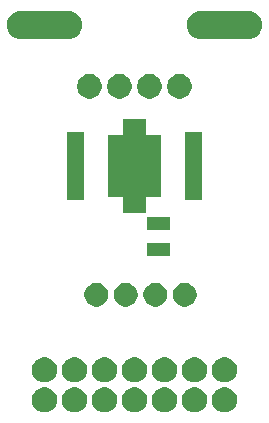
<source format=gts>
G04 #@! TF.GenerationSoftware,KiCad,Pcbnew,(5.0.2)-1*
G04 #@! TF.CreationDate,2019-01-20T10:13:28-05:00*
G04 #@! TF.ProjectId,motorDriverCard,6d6f746f-7244-4726-9976-657243617264,rev?*
G04 #@! TF.SameCoordinates,Original*
G04 #@! TF.FileFunction,Soldermask,Top*
G04 #@! TF.FilePolarity,Negative*
%FSLAX46Y46*%
G04 Gerber Fmt 4.6, Leading zero omitted, Abs format (unit mm)*
G04 Created by KiCad (PCBNEW (5.0.2)-1) date 1/20/2019 10:13:28 AM*
%MOMM*%
%LPD*%
G01*
G04 APERTURE LIST*
%ADD10C,0.100000*%
G04 APERTURE END LIST*
D10*
G36*
X20629482Y-33269773D02*
X20822571Y-33349753D01*
X20996351Y-33465869D01*
X21144131Y-33613649D01*
X21260247Y-33787429D01*
X21340227Y-33980518D01*
X21381000Y-34185499D01*
X21381000Y-34394501D01*
X21340227Y-34599482D01*
X21260247Y-34792571D01*
X21144131Y-34966351D01*
X20996351Y-35114131D01*
X20822571Y-35230247D01*
X20629482Y-35310227D01*
X20424501Y-35351000D01*
X20215499Y-35351000D01*
X20010518Y-35310227D01*
X19817429Y-35230247D01*
X19643649Y-35114131D01*
X19495869Y-34966351D01*
X19379753Y-34792571D01*
X19299773Y-34599482D01*
X19259000Y-34394501D01*
X19259000Y-34185499D01*
X19299773Y-33980518D01*
X19379753Y-33787429D01*
X19495869Y-33613649D01*
X19643649Y-33465869D01*
X19817429Y-33349753D01*
X20010518Y-33269773D01*
X20215499Y-33229000D01*
X20424501Y-33229000D01*
X20629482Y-33269773D01*
X20629482Y-33269773D01*
G37*
G36*
X18089482Y-33269773D02*
X18282571Y-33349753D01*
X18456351Y-33465869D01*
X18604131Y-33613649D01*
X18720247Y-33787429D01*
X18800227Y-33980518D01*
X18841000Y-34185499D01*
X18841000Y-34394501D01*
X18800227Y-34599482D01*
X18720247Y-34792571D01*
X18604131Y-34966351D01*
X18456351Y-35114131D01*
X18282571Y-35230247D01*
X18089482Y-35310227D01*
X17884501Y-35351000D01*
X17675499Y-35351000D01*
X17470518Y-35310227D01*
X17277429Y-35230247D01*
X17103649Y-35114131D01*
X16955869Y-34966351D01*
X16839753Y-34792571D01*
X16759773Y-34599482D01*
X16719000Y-34394501D01*
X16719000Y-34185499D01*
X16759773Y-33980518D01*
X16839753Y-33787429D01*
X16955869Y-33613649D01*
X17103649Y-33465869D01*
X17277429Y-33349753D01*
X17470518Y-33269773D01*
X17675499Y-33229000D01*
X17884501Y-33229000D01*
X18089482Y-33269773D01*
X18089482Y-33269773D01*
G37*
G36*
X15549482Y-33269773D02*
X15742571Y-33349753D01*
X15916351Y-33465869D01*
X16064131Y-33613649D01*
X16180247Y-33787429D01*
X16260227Y-33980518D01*
X16301000Y-34185499D01*
X16301000Y-34394501D01*
X16260227Y-34599482D01*
X16180247Y-34792571D01*
X16064131Y-34966351D01*
X15916351Y-35114131D01*
X15742571Y-35230247D01*
X15549482Y-35310227D01*
X15344501Y-35351000D01*
X15135499Y-35351000D01*
X14930518Y-35310227D01*
X14737429Y-35230247D01*
X14563649Y-35114131D01*
X14415869Y-34966351D01*
X14299753Y-34792571D01*
X14219773Y-34599482D01*
X14179000Y-34394501D01*
X14179000Y-34185499D01*
X14219773Y-33980518D01*
X14299753Y-33787429D01*
X14415869Y-33613649D01*
X14563649Y-33465869D01*
X14737429Y-33349753D01*
X14930518Y-33269773D01*
X15135499Y-33229000D01*
X15344501Y-33229000D01*
X15549482Y-33269773D01*
X15549482Y-33269773D01*
G37*
G36*
X13009482Y-33269773D02*
X13202571Y-33349753D01*
X13376351Y-33465869D01*
X13524131Y-33613649D01*
X13640247Y-33787429D01*
X13720227Y-33980518D01*
X13761000Y-34185499D01*
X13761000Y-34394501D01*
X13720227Y-34599482D01*
X13640247Y-34792571D01*
X13524131Y-34966351D01*
X13376351Y-35114131D01*
X13202571Y-35230247D01*
X13009482Y-35310227D01*
X12804501Y-35351000D01*
X12595499Y-35351000D01*
X12390518Y-35310227D01*
X12197429Y-35230247D01*
X12023649Y-35114131D01*
X11875869Y-34966351D01*
X11759753Y-34792571D01*
X11679773Y-34599482D01*
X11639000Y-34394501D01*
X11639000Y-34185499D01*
X11679773Y-33980518D01*
X11759753Y-33787429D01*
X11875869Y-33613649D01*
X12023649Y-33465869D01*
X12197429Y-33349753D01*
X12390518Y-33269773D01*
X12595499Y-33229000D01*
X12804501Y-33229000D01*
X13009482Y-33269773D01*
X13009482Y-33269773D01*
G37*
G36*
X10469482Y-33269773D02*
X10662571Y-33349753D01*
X10836351Y-33465869D01*
X10984131Y-33613649D01*
X11100247Y-33787429D01*
X11180227Y-33980518D01*
X11221000Y-34185499D01*
X11221000Y-34394501D01*
X11180227Y-34599482D01*
X11100247Y-34792571D01*
X10984131Y-34966351D01*
X10836351Y-35114131D01*
X10662571Y-35230247D01*
X10469482Y-35310227D01*
X10264501Y-35351000D01*
X10055499Y-35351000D01*
X9850518Y-35310227D01*
X9657429Y-35230247D01*
X9483649Y-35114131D01*
X9335869Y-34966351D01*
X9219753Y-34792571D01*
X9139773Y-34599482D01*
X9099000Y-34394501D01*
X9099000Y-34185499D01*
X9139773Y-33980518D01*
X9219753Y-33787429D01*
X9335869Y-33613649D01*
X9483649Y-33465869D01*
X9657429Y-33349753D01*
X9850518Y-33269773D01*
X10055499Y-33229000D01*
X10264501Y-33229000D01*
X10469482Y-33269773D01*
X10469482Y-33269773D01*
G37*
G36*
X5389482Y-33269773D02*
X5582571Y-33349753D01*
X5756351Y-33465869D01*
X5904131Y-33613649D01*
X6020247Y-33787429D01*
X6100227Y-33980518D01*
X6141000Y-34185499D01*
X6141000Y-34394501D01*
X6100227Y-34599482D01*
X6020247Y-34792571D01*
X5904131Y-34966351D01*
X5756351Y-35114131D01*
X5582571Y-35230247D01*
X5389482Y-35310227D01*
X5184501Y-35351000D01*
X4975499Y-35351000D01*
X4770518Y-35310227D01*
X4577429Y-35230247D01*
X4403649Y-35114131D01*
X4255869Y-34966351D01*
X4139753Y-34792571D01*
X4059773Y-34599482D01*
X4019000Y-34394501D01*
X4019000Y-34185499D01*
X4059773Y-33980518D01*
X4139753Y-33787429D01*
X4255869Y-33613649D01*
X4403649Y-33465869D01*
X4577429Y-33349753D01*
X4770518Y-33269773D01*
X4975499Y-33229000D01*
X5184501Y-33229000D01*
X5389482Y-33269773D01*
X5389482Y-33269773D01*
G37*
G36*
X7929482Y-33269773D02*
X8122571Y-33349753D01*
X8296351Y-33465869D01*
X8444131Y-33613649D01*
X8560247Y-33787429D01*
X8640227Y-33980518D01*
X8681000Y-34185499D01*
X8681000Y-34394501D01*
X8640227Y-34599482D01*
X8560247Y-34792571D01*
X8444131Y-34966351D01*
X8296351Y-35114131D01*
X8122571Y-35230247D01*
X7929482Y-35310227D01*
X7724501Y-35351000D01*
X7515499Y-35351000D01*
X7310518Y-35310227D01*
X7117429Y-35230247D01*
X6943649Y-35114131D01*
X6795869Y-34966351D01*
X6679753Y-34792571D01*
X6599773Y-34599482D01*
X6559000Y-34394501D01*
X6559000Y-34185499D01*
X6599773Y-33980518D01*
X6679753Y-33787429D01*
X6795869Y-33613649D01*
X6943649Y-33465869D01*
X7117429Y-33349753D01*
X7310518Y-33269773D01*
X7515499Y-33229000D01*
X7724501Y-33229000D01*
X7929482Y-33269773D01*
X7929482Y-33269773D01*
G37*
G36*
X7929482Y-30729773D02*
X8122571Y-30809753D01*
X8296351Y-30925869D01*
X8444131Y-31073649D01*
X8560247Y-31247429D01*
X8640227Y-31440518D01*
X8681000Y-31645499D01*
X8681000Y-31854501D01*
X8640227Y-32059482D01*
X8560247Y-32252571D01*
X8444131Y-32426351D01*
X8296351Y-32574131D01*
X8122571Y-32690247D01*
X7929482Y-32770227D01*
X7724501Y-32811000D01*
X7515499Y-32811000D01*
X7310518Y-32770227D01*
X7117429Y-32690247D01*
X6943649Y-32574131D01*
X6795869Y-32426351D01*
X6679753Y-32252571D01*
X6599773Y-32059482D01*
X6559000Y-31854501D01*
X6559000Y-31645499D01*
X6599773Y-31440518D01*
X6679753Y-31247429D01*
X6795869Y-31073649D01*
X6943649Y-30925869D01*
X7117429Y-30809753D01*
X7310518Y-30729773D01*
X7515499Y-30689000D01*
X7724501Y-30689000D01*
X7929482Y-30729773D01*
X7929482Y-30729773D01*
G37*
G36*
X5389482Y-30729773D02*
X5582571Y-30809753D01*
X5756351Y-30925869D01*
X5904131Y-31073649D01*
X6020247Y-31247429D01*
X6100227Y-31440518D01*
X6141000Y-31645499D01*
X6141000Y-31854501D01*
X6100227Y-32059482D01*
X6020247Y-32252571D01*
X5904131Y-32426351D01*
X5756351Y-32574131D01*
X5582571Y-32690247D01*
X5389482Y-32770227D01*
X5184501Y-32811000D01*
X4975499Y-32811000D01*
X4770518Y-32770227D01*
X4577429Y-32690247D01*
X4403649Y-32574131D01*
X4255869Y-32426351D01*
X4139753Y-32252571D01*
X4059773Y-32059482D01*
X4019000Y-31854501D01*
X4019000Y-31645499D01*
X4059773Y-31440518D01*
X4139753Y-31247429D01*
X4255869Y-31073649D01*
X4403649Y-30925869D01*
X4577429Y-30809753D01*
X4770518Y-30729773D01*
X4975499Y-30689000D01*
X5184501Y-30689000D01*
X5389482Y-30729773D01*
X5389482Y-30729773D01*
G37*
G36*
X10469482Y-30729773D02*
X10662571Y-30809753D01*
X10836351Y-30925869D01*
X10984131Y-31073649D01*
X11100247Y-31247429D01*
X11180227Y-31440518D01*
X11221000Y-31645499D01*
X11221000Y-31854501D01*
X11180227Y-32059482D01*
X11100247Y-32252571D01*
X10984131Y-32426351D01*
X10836351Y-32574131D01*
X10662571Y-32690247D01*
X10469482Y-32770227D01*
X10264501Y-32811000D01*
X10055499Y-32811000D01*
X9850518Y-32770227D01*
X9657429Y-32690247D01*
X9483649Y-32574131D01*
X9335869Y-32426351D01*
X9219753Y-32252571D01*
X9139773Y-32059482D01*
X9099000Y-31854501D01*
X9099000Y-31645499D01*
X9139773Y-31440518D01*
X9219753Y-31247429D01*
X9335869Y-31073649D01*
X9483649Y-30925869D01*
X9657429Y-30809753D01*
X9850518Y-30729773D01*
X10055499Y-30689000D01*
X10264501Y-30689000D01*
X10469482Y-30729773D01*
X10469482Y-30729773D01*
G37*
G36*
X13009482Y-30729773D02*
X13202571Y-30809753D01*
X13376351Y-30925869D01*
X13524131Y-31073649D01*
X13640247Y-31247429D01*
X13720227Y-31440518D01*
X13761000Y-31645499D01*
X13761000Y-31854501D01*
X13720227Y-32059482D01*
X13640247Y-32252571D01*
X13524131Y-32426351D01*
X13376351Y-32574131D01*
X13202571Y-32690247D01*
X13009482Y-32770227D01*
X12804501Y-32811000D01*
X12595499Y-32811000D01*
X12390518Y-32770227D01*
X12197429Y-32690247D01*
X12023649Y-32574131D01*
X11875869Y-32426351D01*
X11759753Y-32252571D01*
X11679773Y-32059482D01*
X11639000Y-31854501D01*
X11639000Y-31645499D01*
X11679773Y-31440518D01*
X11759753Y-31247429D01*
X11875869Y-31073649D01*
X12023649Y-30925869D01*
X12197429Y-30809753D01*
X12390518Y-30729773D01*
X12595499Y-30689000D01*
X12804501Y-30689000D01*
X13009482Y-30729773D01*
X13009482Y-30729773D01*
G37*
G36*
X15549482Y-30729773D02*
X15742571Y-30809753D01*
X15916351Y-30925869D01*
X16064131Y-31073649D01*
X16180247Y-31247429D01*
X16260227Y-31440518D01*
X16301000Y-31645499D01*
X16301000Y-31854501D01*
X16260227Y-32059482D01*
X16180247Y-32252571D01*
X16064131Y-32426351D01*
X15916351Y-32574131D01*
X15742571Y-32690247D01*
X15549482Y-32770227D01*
X15344501Y-32811000D01*
X15135499Y-32811000D01*
X14930518Y-32770227D01*
X14737429Y-32690247D01*
X14563649Y-32574131D01*
X14415869Y-32426351D01*
X14299753Y-32252571D01*
X14219773Y-32059482D01*
X14179000Y-31854501D01*
X14179000Y-31645499D01*
X14219773Y-31440518D01*
X14299753Y-31247429D01*
X14415869Y-31073649D01*
X14563649Y-30925869D01*
X14737429Y-30809753D01*
X14930518Y-30729773D01*
X15135499Y-30689000D01*
X15344501Y-30689000D01*
X15549482Y-30729773D01*
X15549482Y-30729773D01*
G37*
G36*
X18089482Y-30729773D02*
X18282571Y-30809753D01*
X18456351Y-30925869D01*
X18604131Y-31073649D01*
X18720247Y-31247429D01*
X18800227Y-31440518D01*
X18841000Y-31645499D01*
X18841000Y-31854501D01*
X18800227Y-32059482D01*
X18720247Y-32252571D01*
X18604131Y-32426351D01*
X18456351Y-32574131D01*
X18282571Y-32690247D01*
X18089482Y-32770227D01*
X17884501Y-32811000D01*
X17675499Y-32811000D01*
X17470518Y-32770227D01*
X17277429Y-32690247D01*
X17103649Y-32574131D01*
X16955869Y-32426351D01*
X16839753Y-32252571D01*
X16759773Y-32059482D01*
X16719000Y-31854501D01*
X16719000Y-31645499D01*
X16759773Y-31440518D01*
X16839753Y-31247429D01*
X16955869Y-31073649D01*
X17103649Y-30925869D01*
X17277429Y-30809753D01*
X17470518Y-30729773D01*
X17675499Y-30689000D01*
X17884501Y-30689000D01*
X18089482Y-30729773D01*
X18089482Y-30729773D01*
G37*
G36*
X20629482Y-30729773D02*
X20822571Y-30809753D01*
X20996351Y-30925869D01*
X21144131Y-31073649D01*
X21260247Y-31247429D01*
X21340227Y-31440518D01*
X21381000Y-31645499D01*
X21381000Y-31854501D01*
X21340227Y-32059482D01*
X21260247Y-32252571D01*
X21144131Y-32426351D01*
X20996351Y-32574131D01*
X20822571Y-32690247D01*
X20629482Y-32770227D01*
X20424501Y-32811000D01*
X20215499Y-32811000D01*
X20010518Y-32770227D01*
X19817429Y-32690247D01*
X19643649Y-32574131D01*
X19495869Y-32426351D01*
X19379753Y-32252571D01*
X19299773Y-32059482D01*
X19259000Y-31854501D01*
X19259000Y-31645499D01*
X19299773Y-31440518D01*
X19379753Y-31247429D01*
X19495869Y-31073649D01*
X19643649Y-30925869D01*
X19817429Y-30809753D01*
X20010518Y-30729773D01*
X20215499Y-30689000D01*
X20424501Y-30689000D01*
X20629482Y-30729773D01*
X20629482Y-30729773D01*
G37*
G36*
X12249981Y-24437468D02*
X12432150Y-24512925D01*
X12596103Y-24622475D01*
X12735525Y-24761897D01*
X12845075Y-24925850D01*
X12920532Y-25108019D01*
X12959000Y-25301410D01*
X12959000Y-25498590D01*
X12920532Y-25691981D01*
X12845075Y-25874150D01*
X12735525Y-26038103D01*
X12596103Y-26177525D01*
X12432150Y-26287075D01*
X12249981Y-26362532D01*
X12056590Y-26401000D01*
X11859410Y-26401000D01*
X11666019Y-26362532D01*
X11483850Y-26287075D01*
X11319897Y-26177525D01*
X11180475Y-26038103D01*
X11070925Y-25874150D01*
X10995468Y-25691981D01*
X10957000Y-25498590D01*
X10957000Y-25301410D01*
X10995468Y-25108019D01*
X11070925Y-24925850D01*
X11180475Y-24761897D01*
X11319897Y-24622475D01*
X11483850Y-24512925D01*
X11666019Y-24437468D01*
X11859410Y-24399000D01*
X12056590Y-24399000D01*
X12249981Y-24437468D01*
X12249981Y-24437468D01*
G37*
G36*
X17249981Y-24437468D02*
X17432150Y-24512925D01*
X17596103Y-24622475D01*
X17735525Y-24761897D01*
X17845075Y-24925850D01*
X17920532Y-25108019D01*
X17959000Y-25301410D01*
X17959000Y-25498590D01*
X17920532Y-25691981D01*
X17845075Y-25874150D01*
X17735525Y-26038103D01*
X17596103Y-26177525D01*
X17432150Y-26287075D01*
X17249981Y-26362532D01*
X17056590Y-26401000D01*
X16859410Y-26401000D01*
X16666019Y-26362532D01*
X16483850Y-26287075D01*
X16319897Y-26177525D01*
X16180475Y-26038103D01*
X16070925Y-25874150D01*
X15995468Y-25691981D01*
X15957000Y-25498590D01*
X15957000Y-25301410D01*
X15995468Y-25108019D01*
X16070925Y-24925850D01*
X16180475Y-24761897D01*
X16319897Y-24622475D01*
X16483850Y-24512925D01*
X16666019Y-24437468D01*
X16859410Y-24399000D01*
X17056590Y-24399000D01*
X17249981Y-24437468D01*
X17249981Y-24437468D01*
G37*
G36*
X14749981Y-24437468D02*
X14932150Y-24512925D01*
X15096103Y-24622475D01*
X15235525Y-24761897D01*
X15345075Y-24925850D01*
X15420532Y-25108019D01*
X15459000Y-25301410D01*
X15459000Y-25498590D01*
X15420532Y-25691981D01*
X15345075Y-25874150D01*
X15235525Y-26038103D01*
X15096103Y-26177525D01*
X14932150Y-26287075D01*
X14749981Y-26362532D01*
X14556590Y-26401000D01*
X14359410Y-26401000D01*
X14166019Y-26362532D01*
X13983850Y-26287075D01*
X13819897Y-26177525D01*
X13680475Y-26038103D01*
X13570925Y-25874150D01*
X13495468Y-25691981D01*
X13457000Y-25498590D01*
X13457000Y-25301410D01*
X13495468Y-25108019D01*
X13570925Y-24925850D01*
X13680475Y-24761897D01*
X13819897Y-24622475D01*
X13983850Y-24512925D01*
X14166019Y-24437468D01*
X14359410Y-24399000D01*
X14556590Y-24399000D01*
X14749981Y-24437468D01*
X14749981Y-24437468D01*
G37*
G36*
X9749981Y-24437468D02*
X9932150Y-24512925D01*
X10096103Y-24622475D01*
X10235525Y-24761897D01*
X10345075Y-24925850D01*
X10420532Y-25108019D01*
X10459000Y-25301410D01*
X10459000Y-25498590D01*
X10420532Y-25691981D01*
X10345075Y-25874150D01*
X10235525Y-26038103D01*
X10096103Y-26177525D01*
X9932150Y-26287075D01*
X9749981Y-26362532D01*
X9556590Y-26401000D01*
X9359410Y-26401000D01*
X9166019Y-26362532D01*
X8983850Y-26287075D01*
X8819897Y-26177525D01*
X8680475Y-26038103D01*
X8570925Y-25874150D01*
X8495468Y-25691981D01*
X8457000Y-25498590D01*
X8457000Y-25301410D01*
X8495468Y-25108019D01*
X8570925Y-24925850D01*
X8680475Y-24761897D01*
X8819897Y-24622475D01*
X8983850Y-24512925D01*
X9166019Y-24437468D01*
X9359410Y-24399000D01*
X9556590Y-24399000D01*
X9749981Y-24437468D01*
X9749981Y-24437468D01*
G37*
G36*
X15683000Y-22098000D02*
X13781000Y-22098000D01*
X13781000Y-20996000D01*
X15683000Y-20996000D01*
X15683000Y-22098000D01*
X15683000Y-22098000D01*
G37*
G36*
X15683000Y-19898000D02*
X13781000Y-19898000D01*
X13781000Y-18796000D01*
X15683000Y-18796000D01*
X15683000Y-19898000D01*
X15683000Y-19898000D01*
G37*
G36*
X13651000Y-11752000D02*
X13653402Y-11776386D01*
X13660515Y-11799835D01*
X13672066Y-11821446D01*
X13687612Y-11840388D01*
X13706554Y-11855934D01*
X13728165Y-11867485D01*
X13751614Y-11874598D01*
X13776000Y-11877000D01*
X14951000Y-11877000D01*
X14951000Y-17079000D01*
X13776000Y-17079000D01*
X13751614Y-17081402D01*
X13728165Y-17088515D01*
X13706554Y-17100066D01*
X13687612Y-17115612D01*
X13672066Y-17134554D01*
X13660515Y-17156165D01*
X13653402Y-17179614D01*
X13651000Y-17204000D01*
X13651000Y-18454000D01*
X11749000Y-18454000D01*
X11749000Y-17204000D01*
X11746598Y-17179614D01*
X11739485Y-17156165D01*
X11727934Y-17134554D01*
X11712388Y-17115612D01*
X11693446Y-17100066D01*
X11671835Y-17088515D01*
X11648386Y-17081402D01*
X11624000Y-17079000D01*
X10449000Y-17079000D01*
X10449000Y-11877000D01*
X11624000Y-11877000D01*
X11648386Y-11874598D01*
X11671835Y-11867485D01*
X11693446Y-11855934D01*
X11712388Y-11840388D01*
X11727934Y-11821446D01*
X11739485Y-11799835D01*
X11746598Y-11776386D01*
X11749000Y-11752000D01*
X11749000Y-10502000D01*
X13651000Y-10502000D01*
X13651000Y-11752000D01*
X13651000Y-11752000D01*
G37*
G36*
X8451000Y-17354000D02*
X6999000Y-17354000D01*
X6999000Y-11602000D01*
X8451000Y-11602000D01*
X8451000Y-17354000D01*
X8451000Y-17354000D01*
G37*
G36*
X18401000Y-17354000D02*
X16949000Y-17354000D01*
X16949000Y-11602000D01*
X18401000Y-11602000D01*
X18401000Y-17354000D01*
X18401000Y-17354000D01*
G37*
G36*
X16816565Y-6736389D02*
X17007834Y-6815615D01*
X17179976Y-6930637D01*
X17326363Y-7077024D01*
X17441385Y-7249166D01*
X17520611Y-7440435D01*
X17561000Y-7643484D01*
X17561000Y-7850516D01*
X17520611Y-8053565D01*
X17441385Y-8244834D01*
X17326363Y-8416976D01*
X17179976Y-8563363D01*
X17007834Y-8678385D01*
X16816565Y-8757611D01*
X16613516Y-8798000D01*
X16406484Y-8798000D01*
X16203435Y-8757611D01*
X16012166Y-8678385D01*
X15840024Y-8563363D01*
X15693637Y-8416976D01*
X15578615Y-8244834D01*
X15499389Y-8053565D01*
X15459000Y-7850516D01*
X15459000Y-7643484D01*
X15499389Y-7440435D01*
X15578615Y-7249166D01*
X15693637Y-7077024D01*
X15840024Y-6930637D01*
X16012166Y-6815615D01*
X16203435Y-6736389D01*
X16406484Y-6696000D01*
X16613516Y-6696000D01*
X16816565Y-6736389D01*
X16816565Y-6736389D01*
G37*
G36*
X14276565Y-6736389D02*
X14467834Y-6815615D01*
X14639976Y-6930637D01*
X14786363Y-7077024D01*
X14901385Y-7249166D01*
X14980611Y-7440435D01*
X15021000Y-7643484D01*
X15021000Y-7850516D01*
X14980611Y-8053565D01*
X14901385Y-8244834D01*
X14786363Y-8416976D01*
X14639976Y-8563363D01*
X14467834Y-8678385D01*
X14276565Y-8757611D01*
X14073516Y-8798000D01*
X13866484Y-8798000D01*
X13663435Y-8757611D01*
X13472166Y-8678385D01*
X13300024Y-8563363D01*
X13153637Y-8416976D01*
X13038615Y-8244834D01*
X12959389Y-8053565D01*
X12919000Y-7850516D01*
X12919000Y-7643484D01*
X12959389Y-7440435D01*
X13038615Y-7249166D01*
X13153637Y-7077024D01*
X13300024Y-6930637D01*
X13472166Y-6815615D01*
X13663435Y-6736389D01*
X13866484Y-6696000D01*
X14073516Y-6696000D01*
X14276565Y-6736389D01*
X14276565Y-6736389D01*
G37*
G36*
X11736565Y-6736389D02*
X11927834Y-6815615D01*
X12099976Y-6930637D01*
X12246363Y-7077024D01*
X12361385Y-7249166D01*
X12440611Y-7440435D01*
X12481000Y-7643484D01*
X12481000Y-7850516D01*
X12440611Y-8053565D01*
X12361385Y-8244834D01*
X12246363Y-8416976D01*
X12099976Y-8563363D01*
X11927834Y-8678385D01*
X11736565Y-8757611D01*
X11533516Y-8798000D01*
X11326484Y-8798000D01*
X11123435Y-8757611D01*
X10932166Y-8678385D01*
X10760024Y-8563363D01*
X10613637Y-8416976D01*
X10498615Y-8244834D01*
X10419389Y-8053565D01*
X10379000Y-7850516D01*
X10379000Y-7643484D01*
X10419389Y-7440435D01*
X10498615Y-7249166D01*
X10613637Y-7077024D01*
X10760024Y-6930637D01*
X10932166Y-6815615D01*
X11123435Y-6736389D01*
X11326484Y-6696000D01*
X11533516Y-6696000D01*
X11736565Y-6736389D01*
X11736565Y-6736389D01*
G37*
G36*
X9196565Y-6736389D02*
X9387834Y-6815615D01*
X9559976Y-6930637D01*
X9706363Y-7077024D01*
X9821385Y-7249166D01*
X9900611Y-7440435D01*
X9941000Y-7643484D01*
X9941000Y-7850516D01*
X9900611Y-8053565D01*
X9821385Y-8244834D01*
X9706363Y-8416976D01*
X9559976Y-8563363D01*
X9387834Y-8678385D01*
X9196565Y-8757611D01*
X8993516Y-8798000D01*
X8786484Y-8798000D01*
X8583435Y-8757611D01*
X8392166Y-8678385D01*
X8220024Y-8563363D01*
X8073637Y-8416976D01*
X7958615Y-8244834D01*
X7879389Y-8053565D01*
X7839000Y-7850516D01*
X7839000Y-7643484D01*
X7879389Y-7440435D01*
X7958615Y-7249166D01*
X8073637Y-7077024D01*
X8220024Y-6930637D01*
X8392166Y-6815615D01*
X8583435Y-6736389D01*
X8786484Y-6696000D01*
X8993516Y-6696000D01*
X9196565Y-6736389D01*
X9196565Y-6736389D01*
G37*
G36*
X22532498Y-1371160D02*
X22756058Y-1438977D01*
X22962095Y-1549105D01*
X23142686Y-1697314D01*
X23290895Y-1877905D01*
X23401023Y-2083942D01*
X23468840Y-2307502D01*
X23491738Y-2540000D01*
X23468840Y-2772498D01*
X23401023Y-2996058D01*
X23290895Y-3202095D01*
X23142686Y-3382686D01*
X22962095Y-3530895D01*
X22756058Y-3641023D01*
X22532498Y-3708840D01*
X22358263Y-3726000D01*
X18281737Y-3726000D01*
X18107502Y-3708840D01*
X17883942Y-3641023D01*
X17677905Y-3530895D01*
X17497314Y-3382686D01*
X17349105Y-3202095D01*
X17238977Y-2996058D01*
X17171160Y-2772498D01*
X17148262Y-2540000D01*
X17171160Y-2307502D01*
X17238977Y-2083942D01*
X17349105Y-1877905D01*
X17497314Y-1697314D01*
X17677905Y-1549105D01*
X17883942Y-1438977D01*
X18107502Y-1371160D01*
X18281737Y-1354000D01*
X22358263Y-1354000D01*
X22532498Y-1371160D01*
X22532498Y-1371160D01*
G37*
G36*
X7292498Y-1371160D02*
X7516058Y-1438977D01*
X7722095Y-1549105D01*
X7902686Y-1697314D01*
X8050895Y-1877905D01*
X8161023Y-2083942D01*
X8228840Y-2307502D01*
X8251738Y-2540000D01*
X8228840Y-2772498D01*
X8161023Y-2996058D01*
X8050895Y-3202095D01*
X7902686Y-3382686D01*
X7722095Y-3530895D01*
X7516058Y-3641023D01*
X7292498Y-3708840D01*
X7118263Y-3726000D01*
X3041737Y-3726000D01*
X2867502Y-3708840D01*
X2643942Y-3641023D01*
X2437905Y-3530895D01*
X2257314Y-3382686D01*
X2109105Y-3202095D01*
X1998977Y-2996058D01*
X1931160Y-2772498D01*
X1908262Y-2540000D01*
X1931160Y-2307502D01*
X1998977Y-2083942D01*
X2109105Y-1877905D01*
X2257314Y-1697314D01*
X2437905Y-1549105D01*
X2643942Y-1438977D01*
X2867502Y-1371160D01*
X3041737Y-1354000D01*
X7118263Y-1354000D01*
X7292498Y-1371160D01*
X7292498Y-1371160D01*
G37*
M02*

</source>
